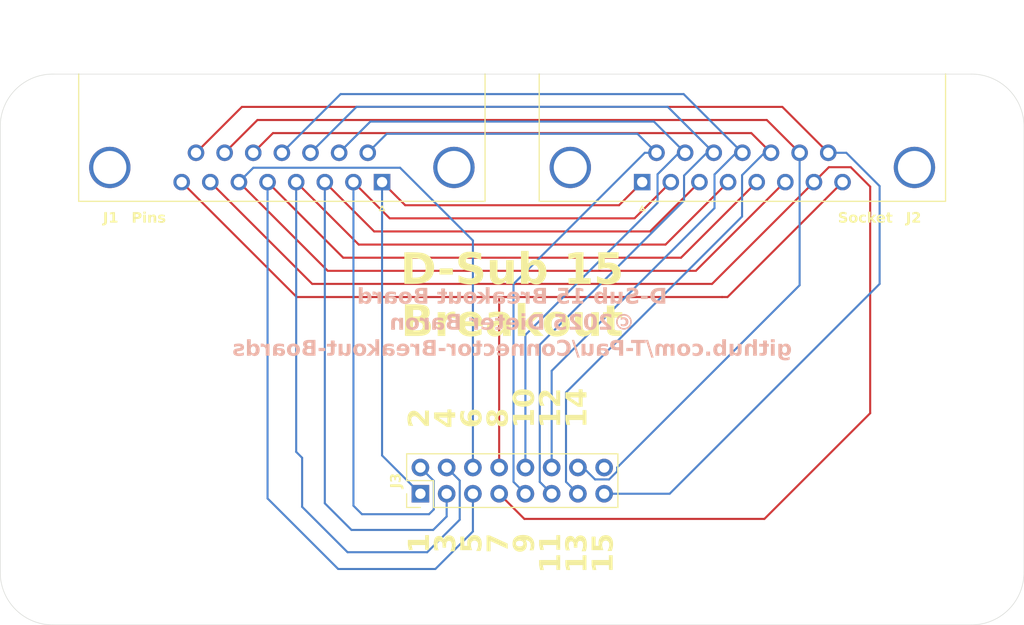
<source format=kicad_pcb>
(kicad_pcb (version 20241229) (generator "pcbnew") (generator_version "9.0")
  (layers (0 "F.Cu" signal) (2 "B.Cu" signal) (13 "F.Paste" user) (15 "B.Paste" user) (5 "F.SilkS" user "F.Silkscreen") (7 "B.SilkS" user "B.Silkscreen") (1 "F.Mask" user) (3 "B.Mask" user) (25 "Edge.Cuts" user))
  (net 0 "")
  (net 1 "Net-(J3-Pin_7)")
  (net 2 "Net-(J3-Pin_2)")
  (net 3 "Net-(J3-Pin_4)")
  (net 4 "Net-(J3-Pin_8)")
  (net 5 "Net-(J3-Pin_1)")
  (net 8 "Net-(J3-Pin_5)")
  (net 9 "Net-(J3-Pin_6)")
  (net 10 "Net-(J3-Pin_3)")
  (net 13 "Net-(J1-P10)")
  (net 14 "Net-(J1-P9)")
  (net 15 "Net-(J1-P12)")
  (net 16 "Net-(J1-P13)")
  (net 17 "Net-(J1-P15)")
  (net 18 "Net-(J1-P111)")
  (net 19 "Net-(J1-P14)")
  (footprint "Connector_PinHeader_2.54mm:PinHeader_2x08_P2.54mm_Vertical" (layer "F.Cu") (at 93.995 86.36 90)
    (property "Reference" "J3" (at 1.27 -2.33 90) (layer "F.SilkS"))
    (property "Value" "Breakout")
    (fp_line (start 3.87 -1.33) (end 3.87 19.11) (stroke (width 0.12)) (layer "F.SilkS"))
    (fp_line (start 1.27 -1.33) (end 3.87 -1.33) (stroke (width 0.12)) (layer "F.SilkS"))
    (fp_line (start -1.33 -1.33) (end 0 -1.33) (stroke (width 0.12)) (layer "F.SilkS"))
    (fp_line (start -1.33 0) (end -1.33 -1.33) (stroke (width 0.12)) (layer "F.SilkS"))
    (fp_line (start 1.27 1.27) (end 1.27 -1.33) (stroke (width 0.12)) (layer "F.SilkS"))
    (fp_line (start -1.33 1.27) (end 1.27 1.27) (stroke (width 0.12)) (layer "F.SilkS"))
    (fp_line (start -1.33 1.27) (end -1.33 19.11) (stroke (width 0.12)) (layer "F.SilkS"))
    (fp_line (start -1.33 19.11) (end 3.87 19.11) (stroke (width 0.12)) (layer "F.SilkS"))
    (pad "1" thru_hole rect (at 0 0 90) (size 1.7 1.7) (drill 1) (layers "*.Cu" "*.Mask") (net 5 "Net-(J3-Pin_1)"))
    (pad "2" thru_hole oval (at 2.54 0 90) (size 1.7 1.7) (drill 1) (layers "*.Cu" "*.Mask") (net 2 "Net-(J3-Pin_2)"))
    (pad "3" thru_hole oval (at 0 2.54 90) (size 1.7 1.7) (drill 1) (layers "*.Cu" "*.Mask") (net 10 "Net-(J3-Pin_3)"))
    (pad "4" thru_hole oval (at 2.54 2.54 90) (size 1.7 1.7) (drill 1) (layers "*.Cu" "*.Mask") (net 3 "Net-(J3-Pin_4)"))
    (pad "5" thru_hole oval (at 0 5.08 90) (size 1.7 1.7) (drill 1) (layers "*.Cu" "*.Mask") (net 8 "Net-(J3-Pin_5)"))
    (pad "6" thru_hole oval (at 2.54 5.08 90) (size 1.7 1.7) (drill 1) (layers "*.Cu" "*.Mask") (net 9 "Net-(J3-Pin_6)"))
    (pad "7" thru_hole oval (at 0 7.62 90) (size 1.7 1.7) (drill 1) (layers "*.Cu" "*.Mask") (net 1 "Net-(J3-Pin_7)"))
    (pad "8" thru_hole oval (at 2.54 7.62 90) (size 1.7 1.7) (drill 1) (layers "*.Cu" "*.Mask") (net 4 "Net-(J3-Pin_8)"))
    (pad "9" thru_hole oval (at 0 10.16 90) (size 1.7 1.7) (drill 1) (layers "*.Cu" "*.Mask") (net 14 "Net-(J1-P9)"))
    (pad "10" thru_hole oval (at 2.54 10.16 90) (size 1.7 1.7) (drill 1) (layers "*.Cu" "*.Mask") (net 13 "Net-(J1-P10)"))
    (pad "11" thru_hole oval (at 0 12.7 90) (size 1.7 1.7) (drill 1) (layers "*.Cu" "*.Mask") (net 18 "Net-(J1-P111)"))
    (pad "12" thru_hole oval (at 2.54 12.7 90) (size 1.7 1.7) (drill 1) (layers "*.Cu" "*.Mask") (net 15 "Net-(J1-P12)"))
    (pad "13" thru_hole oval (at 0 15.24 90) (size 1.7 1.7) (drill 1) (layers "*.Cu" "*.Mask") (net 16 "Net-(J1-P13)"))
    (pad "14" thru_hole oval (at 2.54 15.24 90) (size 1.7 1.7) (drill 1) (layers "*.Cu" "*.Mask") (net 19 "Net-(J1-P14)"))
    (pad "15" thru_hole oval (at 0 17.78 90) (size 1.7 1.7) (drill 1) (layers "*.Cu" "*.Mask") (net 17 "Net-(J1-P15)"))
    (pad "16" thru_hole oval (at 2.54 17.78 90) (size 1.7 1.7) (drill 1) (layers "*.Cu" "*.Mask"))
  )
  (footprint "Connector_Dsub:DSUB-15_Socket_Horizontal_P2.77x2.84mm_EdgePinOffset7.70mm_Housed_MountingHolesOffset9.12mm" (layer "F.Cu") (at 115.455 56.18 180)
    (property "Reference" "J2" (at -25.515 -3.51 180) (layer "F.SilkS") (effects (justify left)))
    (property "Value" "Socket" (at -24.245 -3.51 180) (layer "F.SilkS") (effects (justify right)))
    (fp_line (start 9.965 -1.86) (end 9.965 10.48) (stroke (width 0.12)) (layer "F.SilkS"))
    (fp_line (start 0.25 -2.754338) (end 0 -2.321325) (stroke (width 0.12)) (layer "F.SilkS"))
    (fp_line (start 0 -2.321325) (end -0.25 -2.754338) (stroke (width 0.12)) (layer "F.SilkS"))
    (fp_line (start -0.25 -2.754338) (end 0.25 -2.754338) (stroke (width 0.12)) (layer "F.SilkS"))
    (fp_line (start -29.355 10.48) (end -29.355 -1.86) (stroke (width 0.12)) (layer "F.SilkS"))
    (fp_line (start -29.355 -1.86) (end 9.965 -1.86) (stroke (width 0.12)) (layer "F.SilkS"))
    (pad "0" thru_hole circle (at -26.345 1.42 180) (size 4 4) (drill 3.2) (layers "*.Cu" "*.Mask"))
    (pad "0" thru_hole circle (at 6.955 1.42 180) (size 4 4) (drill 3.2) (layers "*.Cu" "*.Mask"))
    (pad "1" thru_hole rect (at 0 0 180) (size 1.6 1.6) (drill 1) (layers "*.Cu" "*.Mask") (net 5 "Net-(J3-Pin_1)"))
    (pad "2" thru_hole circle (at -2.77 0 180) (size 1.6 1.6) (drill 1) (layers "*.Cu" "*.Mask") (net 2 "Net-(J3-Pin_2)"))
    (pad "3" thru_hole circle (at -5.54 0 180) (size 1.6 1.6) (drill 1) (layers "*.Cu" "*.Mask") (net 10 "Net-(J3-Pin_3)"))
    (pad "4" thru_hole circle (at -8.31 0 180) (size 1.6 1.6) (drill 1) (layers "*.Cu" "*.Mask") (net 3 "Net-(J3-Pin_4)"))
    (pad "5" thru_hole circle (at -11.08 0 180) (size 1.6 1.6) (drill 1) (layers "*.Cu" "*.Mask") (net 8 "Net-(J3-Pin_5)"))
    (pad "6" thru_hole circle (at -13.85 0 180) (size 1.6 1.6) (drill 1) (layers "*.Cu" "*.Mask") (net 9 "Net-(J3-Pin_6)"))
    (pad "7" thru_hole circle (at -16.62 0 180) (size 1.6 1.6) (drill 1) (layers "*.Cu" "*.Mask") (net 1 "Net-(J3-Pin_7)"))
    (pad "8" thru_hole circle (at -19.39 0 180) (size 1.6 1.6) (drill 1) (layers "*.Cu" "*.Mask") (net 4 "Net-(J3-Pin_8)"))
    (pad "9" thru_hole circle (at -1.385 2.84 180) (size 1.6 1.6) (drill 1) (layers "*.Cu" "*.Mask") (net 14 "Net-(J1-P9)"))
    (pad "10" thru_hole circle (at -4.155 2.84 180) (size 1.6 1.6) (drill 1) (layers "*.Cu" "*.Mask") (net 13 "Net-(J1-P10)"))
    (pad "11" thru_hole circle (at -6.925 2.84 180) (size 1.6 1.6) (drill 1) (layers "*.Cu" "*.Mask") (net 18 "Net-(J1-P111)"))
    (pad "12" thru_hole circle (at -9.695 2.84 180) (size 1.6 1.6) (drill 1) (layers "*.Cu" "*.Mask") (net 15 "Net-(J1-P12)"))
    (pad "13" thru_hole circle (at -12.465 2.84 180) (size 1.6 1.6) (drill 1) (layers "*.Cu" "*.Mask") (net 16 "Net-(J1-P13)"))
    (pad "14" thru_hole circle (at -15.235 2.84 180) (size 1.6 1.6) (drill 1) (layers "*.Cu" "*.Mask") (net 19 "Net-(J1-P14)"))
    (pad "15" thru_hole circle (at -18.005 2.84 180) (size 1.6 1.6) (drill 1) (layers "*.Cu" "*.Mask") (net 17 "Net-(J1-P15)"))
  )
  (footprint "Connector_Dsub:DSUB-15_Pins_Horizontal_P2.77x2.84mm_EdgePinOffset7.70mm_Housed_MountingHolesOffset9.12mm" (layer "F.Cu") (at 90.285 56.18 180)
    (property "Reference" "J1" (at 25.515 -3.51 180) (layer "F.SilkS") (effects (justify right)))
    (property "Value" "Pins" (at 24.245 -3.51 180) (layer "F.SilkS") (effects (justify left)))
    (fp_line (start 29.355 -1.86) (end 29.355 10.48) (stroke (width 0.12)) (layer "F.SilkS"))
    (fp_line (start 0.25 -2.754338) (end 0 -2.321325) (stroke (width 0.12)) (layer "F.SilkS"))
    (fp_line (start 0 -2.321325) (end -0.25 -2.754338) (stroke (width 0.12)) (layer "F.SilkS"))
    (fp_line (start -0.25 -2.754338) (end 0.25 -2.754338) (stroke (width 0.12)) (layer "F.SilkS"))
    (fp_line (start -9.965 10.48) (end -9.965 -1.86) (stroke (width 0.12)) (layer "F.SilkS"))
    (fp_line (start -9.965 -1.86) (end 29.355 -1.86) (stroke (width 0.12)) (layer "F.SilkS"))
    (pad "0" thru_hole circle (at -6.955 1.42 180) (size 4 4) (drill 3.2) (layers "*.Cu" "*.Mask"))
    (pad "0" thru_hole circle (at 26.345 1.42 180) (size 4 4) (drill 3.2) (layers "*.Cu" "*.Mask"))
    (pad "1" thru_hole rect (at 0 0 180) (size 1.6 1.6) (drill 1) (layers "*.Cu" "*.Mask") (net 5 "Net-(J3-Pin_1)"))
    (pad "2" thru_hole circle (at 2.77 0 180) (size 1.6 1.6) (drill 1) (layers "*.Cu" "*.Mask") (net 2 "Net-(J3-Pin_2)"))
    (pad "3" thru_hole circle (at 5.54 0 180) (size 1.6 1.6) (drill 1) (layers "*.Cu" "*.Mask") (net 10 "Net-(J3-Pin_3)"))
    (pad "4" thru_hole circle (at 8.31 0 180) (size 1.6 1.6) (drill 1) (layers "*.Cu" "*.Mask") (net 3 "Net-(J3-Pin_4)"))
    (pad "5" thru_hole circle (at 11.08 0 180) (size 1.6 1.6) (drill 1) (layers "*.Cu" "*.Mask") (net 8 "Net-(J3-Pin_5)"))
    (pad "6" thru_hole circle (at 13.85 0 180) (size 1.6 1.6) (drill 1) (layers "*.Cu" "*.Mask") (net 9 "Net-(J3-Pin_6)"))
    (pad "7" thru_hole circle (at 16.62 0 180) (size 1.6 1.6) (drill 1) (layers "*.Cu" "*.Mask") (net 1 "Net-(J3-Pin_7)"))
    (pad "8" thru_hole circle (at 19.39 0 180) (size 1.6 1.6) (drill 1) (layers "*.Cu" "*.Mask") (net 4 "Net-(J3-Pin_8)"))
    (pad "9" thru_hole circle (at 1.385 2.84 180) (size 1.6 1.6) (drill 1) (layers "*.Cu" "*.Mask") (net 14 "Net-(J1-P9)"))
    (pad "10" thru_hole circle (at 4.155 2.84 180) (size 1.6 1.6) (drill 1) (layers "*.Cu" "*.Mask") (net 13 "Net-(J1-P10)"))
    (pad "11" thru_hole circle (at 6.925 2.84 180) (size 1.6 1.6) (drill 1) (layers "*.Cu" "*.Mask") (net 18 "Net-(J1-P111)"))
    (pad "12" thru_hole circle (at 9.695 2.84 180) (size 1.6 1.6) (drill 1) (layers "*.Cu" "*.Mask") (net 15 "Net-(J1-P12)"))
    (pad "13" thru_hole circle (at 12.465 2.84 180) (size 1.6 1.6) (drill 1) (layers "*.Cu" "*.Mask") (net 16 "Net-(J1-P13)"))
    (pad "14" thru_hole circle (at 15.235 2.84 180) (size 1.6 1.6) (drill 1) (layers "*.Cu" "*.Mask") (net 19 "Net-(J1-P14)"))
    (pad "15" thru_hole circle (at 18.005 2.84 180) (size 1.6 1.6) (drill 1) (layers "*.Cu" "*.Mask") (net 17 "Net-(J1-P15)"))
  )
  (gr_arc (start 147.32 45.72) (mid 150.912102 47.207898) (end 152.4 50.8) (stroke (width 0.05)) (layer "Edge.Cuts"))
  (gr_line (start 152.4 50.8) (end 152.4 93.98) (stroke (width 0.05)) (layer "Edge.Cuts"))
  (gr_line (start 58.42 45.72) (end 147.32 45.72) (stroke (width 0.05)) (layer "Edge.Cuts"))
  (gr_line (start 53.34 93.98) (end 53.34 50.8) (stroke (width 0.05)) (layer "Edge.Cuts"))
  (gr_arc (start 53.34 50.8) (mid 54.827898 47.207898) (end 58.42 45.72) (stroke (width 0.05)) (layer "Edge.Cuts"))
  (gr_line (start 147.32 99.06) (end 58.42 99.06) (stroke (width 0.05)) (layer "Edge.Cuts"))
  (gr_arc (start 58.42 99.06) (mid 54.827898 97.572102) (end 53.34 93.98) (stroke (width 0.05)) (layer "Edge.Cuts"))
  (gr_arc (start 152.4 93.98) (mid 150.912102 97.572102) (end 147.32 99.06) (stroke (width 0.05)) (layer "Edge.Cuts"))
  (gr_text "14" (at 109.23 80.01 90) (layer "F.SilkS") (effects (font (size 2 2) (thickness 0.3) (bold yes)) (justify left)))
  (gr_text "D-Sub 15\nBreakout" (at 102.87 67.31 0) (layer "F.SilkS") (effects (font (size 3 3) (thickness 0.1))))
  (gr_text "13" (at 109.23 90.17 90) (layer "F.SilkS") (effects (font (size 2 2) (thickness 0.3) (bold yes)) (justify right)))
  (gr_text "8" (at 101.61 80.01 90) (layer "F.SilkS") (effects (font (size 2 2) (thickness 0.3) (bold yes)) (justify left)))
  (gr_text "15" (at 111.77 90.17 90) (layer "F.SilkS") (effects (font (size 2 2) (thickness 0.3) (bold yes)) (justify right)))
  (gr_text "5" (at 99.07 90.17 90) (layer "F.SilkS") (effects (font (size 2 2) (thickness 0.3) (bold yes)) (justify right)))
  (gr_text "2" (at 93.99 80.01 90) (layer "F.SilkS") (effects (font (size 2 2) (thickness 0.3) (bold yes)) (justify left)))
  (gr_text "7" (at 101.61 90.17 90) (layer "F.SilkS") (effects (font (size 2 2) (thickness 0.3) (bold yes)) (justify right)))
  (gr_text "11" (at 106.69 90.17 90) (layer "F.SilkS") (effects (font (size 2 2) (thickness 0.3) (bold yes)) (justify right)))
  (gr_text "12" (at 106.69 80.01 90) (layer "F.SilkS") (effects (font (size 2 2) (thickness 0.3) (bold yes)) (justify left)))
  (gr_text "3" (at 96.53 90.17 90) (layer "F.SilkS") (effects (font (size 2 2) (thickness 0.3) (bold yes)) (justify right)))
  (gr_text "4" (at 96.53 80.01 90) (layer "F.SilkS") (effects (font (size 2 2) (thickness 0.3) (bold yes)) (justify left)))
  (gr_text "10" (at 104.15 80.01 90) (layer "F.SilkS") (effects (font (size 2 2) (thickness 0.3) (bold yes)) (justify left)))
  (gr_text "1" (at 93.99 90.17 90) (layer "F.SilkS") (effects (font (size 2 2) (thickness 0.3) (bold yes)) (justify right)))
  (gr_text "6" (at 99.07 80.01 90) (layer "F.SilkS") (effects (font (size 2 2) (thickness 0.3) (bold yes)) (justify left)))
  (gr_text "9" (at 104.15 90.17 90) (layer "F.SilkS") (effects (font (size 2 2) (thickness 0.3) (bold yes)) (justify right)))
  (gr_text "D-Sub 15 Breakout Board\n©2025 Dieter Baron\ngithub.com/T-Pau/Connector-Breakout-Boards" (at 102.87 69.85 0) (layer "B.SilkS") (effects (font (size 1.5 1.5) (thickness 0.1)) (justify mirror)))
  (segment (start 137.5156 56.6166) (end 137.5156 78.559932) (width 0.2) (layer "F.Cu") (net 1))
  (segment (start 133.518 54.737) (end 135.636 54.737) (width 0.2) (layer "F.Cu") (net 1))
  (segment (start 127.277132 88.7984) (end 104.0534 88.7984) (width 0.2) (layer "F.Cu") (net 1))
  (segment (start 132.075 56.18) (end 133.518 54.737) (width 0.2) (layer "F.Cu") (net 1))
  (segment (start 137.5156 78.559932) (end 127.277132 88.7984) (width 0.2) (layer "F.Cu") (net 1))
  (segment (start 104.0534 88.7984) (end 101.615 86.36) (width 0.2) (layer "F.Cu") (net 1))
  (segment (start 135.636 54.737) (end 137.5156 56.6166) (width 0.2) (layer "F.Cu") (net 1))
  (segment (start 83.525 66.04) (end 122.215 66.04) (width 0.2) (layer "F.Cu") (net 1))
  (segment (start 73.665 56.18) (end 83.525 66.04) (width 0.2) (layer "F.Cu") (net 1))
  (segment (start 122.215 66.04) (end 132.075 56.18) (width 0.2) (layer "F.Cu") (net 1))
  (segment (start 87.515 56.18) (end 91.025 59.69) (width 0.2) (layer "F.Cu") (net 2))
  (segment (start 91.025 59.69) (end 114.715 59.69) (width 0.2) (layer "F.Cu") (net 2))
  (segment (start 114.715 59.69) (end 118.225 56.18) (width 0.2) (layer "F.Cu") (net 2))
  (segment (start 87.515 87.515) (end 88.3412 88.3412) (width 0.2) (layer "B.Cu") (net 2))
  (segment (start 94.8282 88.3412) (end 95.2854 87.884) (width 0.2) (layer "B.Cu") (net 2))
  (segment (start 95.2854 87.884) (end 95.2854 85.1104) (width 0.2) (layer "B.Cu") (net 2))
  (segment (start 88.3412 88.3412) (end 94.8282 88.3412) (width 0.2) (layer "B.Cu") (net 2))
  (segment (start 87.515 56.18) (end 87.515 87.515) (width 0.2) (layer "B.Cu") (net 2))
  (segment (start 95.2854 85.1104) (end 93.995 83.82) (width 0.2) (layer "B.Cu") (net 2))
  (segment (start 117.715 62.23) (end 123.765 56.18) (width 0.2) (layer "F.Cu") (net 3))
  (segment (start 88.025 62.23) (end 117.715 62.23) (width 0.2) (layer "F.Cu") (net 3))
  (segment (start 81.975 56.18) (end 88.025 62.23) (width 0.2) (layer "F.Cu") (net 3))
  (segment (start 86.9442 92.0242) (end 82.55 87.63) (width 0.2) (layer "B.Cu") (net 3))
  (segment (start 82.55 87.63) (end 82.55 82.8802) (width 0.2) (layer "B.Cu") (net 3))
  (segment (start 82.55 82.8802) (end 81.975 82.3052) (width 0.2) (layer "B.Cu") (net 3))
  (segment (start 96.535 83.82) (end 97.8 85.085) (width 0.2) (layer "B.Cu") (net 3))
  (segment (start 81.975 82.3052) (end 81.975 56.18) (width 0.2) (layer "B.Cu") (net 3))
  (segment (start 94.6504 92.0242) (end 86.9442 92.0242) (width 0.2) (layer "B.Cu") (net 3))
  (segment (start 97.8 85.085) (end 97.8 88.8746) (width 0.2) (layer "B.Cu") (net 3))
  (segment (start 97.8 88.8746) (end 94.6504 92.0242) (width 0.2) (layer "B.Cu") (net 3))
  (segment (start 123.715 67.31) (end 134.845 56.18) (width 0.2) (layer "F.Cu") (net 4))
  (segment (start 101.615 83.82) (end 101.615 67.325) (width 0.2) (layer "F.Cu") (net 4))
  (segment (start 123.19 67.31) (end 123.715 67.31) (width 0.2) (layer "F.Cu") (net 4))
  (segment (start 82.025 67.31) (end 101.6 67.31) (width 0.2) (layer "F.Cu") (net 4))
  (segment (start 101.615 67.325) (end 101.6 67.31) (width 0.2) (layer "F.Cu") (net 4))
  (segment (start 70.895 56.18) (end 82.025 67.31) (width 0.2) (layer "F.Cu") (net 4))
  (segment (start 101.6 67.31) (end 123.19 67.31) (width 0.2) (layer "F.Cu") (net 4))
  (segment (start 90.285 56.18) (end 92.525 58.42) (width 0.2) (layer "F.Cu") (net 5))
  (segment (start 113.215 58.42) (end 115.455 56.18) (width 0.2) (layer "F.Cu") (net 5))
  (segment (start 92.525 58.42) (end 113.215 58.42) (width 0.2) (layer "F.Cu") (net 5))
  (segment (start 90.285 82.65) (end 90.285 56.18) (width 0.2) (layer "B.Cu") (net 5))
  (segment (start 93.995 86.36) (end 93.4058 86.36) (width 0.2) (layer "B.Cu") (net 5))
  (segment (start 93.995 86.36) (end 90.285 82.65) (width 0.2) (layer "B.Cu") (net 5))
  (segment (start 79.205 56.18) (end 86.525 63.5) (width 0.2) (layer "F.Cu") (net 8))
  (segment (start 86.525 63.5) (end 119.215 63.5) (width 0.2) (layer "F.Cu") (net 8))
  (segment (start 119.215 63.5) (end 126.535 56.18) (width 0.2) (layer "F.Cu") (net 8))
  (segment (start 99.075 90.0126) (end 95.4378 93.6498) (width 0.2) (layer "B.Cu") (net 8))
  (segment (start 95.4378 93.6498) (end 86.0398 93.6498) (width 0.2) (layer "B.Cu") (net 8))
  (segment (start 99.075 86.36) (end 99.075 90.0126) (width 0.2) (layer "B.Cu") (net 8))
  (segment (start 79.205 86.815) (end 79.205 56.18) (width 0.2) (layer "B.Cu") (net 8))
  (segment (start 86.0398 93.6498) (end 79.205 86.815) (width 0.2) (layer "B.Cu") (net 8))
  (segment (start 120.65 64.77) (end 129.24 56.18) (width 0.2) (layer "F.Cu") (net 9))
  (segment (start 129.24 56.18) (end 129.305 56.18) (width 0.2) (layer "F.Cu") (net 9))
  (segment (start 76.435 56.18) (end 85.025 64.77) (width 0.2) (layer "F.Cu") (net 9))
  (segment (start 85.025 64.77) (end 120.65 64.77) (width 0.2) (layer "F.Cu") (net 9))
  (segment (start 99.075 61.8386) (end 98.6282 61.3918) (width 0.2) (layer "B.Cu") (net 9))
  (segment (start 77.8272 54.7878) (end 76.435 56.18) (width 0.2) (layer "B.Cu") (net 9))
  (segment (start 92.0242 54.7878) (end 77.8272 54.7878) (width 0.2) (layer "B.Cu") (net 9))
  (segment (start 98.6282 61.3918) (end 92.0242 54.7878) (width 0.2) (layer "B.Cu") (net 9))
  (segment (start 99.075 83.82) (end 99.075 61.8386) (width 0.2) (layer "B.Cu") (net 9))
  (segment (start 89.525 60.96) (end 116.215 60.96) (width 0.2) (layer "F.Cu") (net 10))
  (segment (start 116.215 60.96) (end 120.995 56.18) (width 0.2) (layer "F.Cu") (net 10))
  (segment (start 84.745 56.18) (end 89.525 60.96) (width 0.2) (layer "F.Cu") (net 10))
  (segment (start 96.535 88.56059) (end 95.23039 89.8652) (width 0.2) (layer "B.Cu") (net 10))
  (segment (start 96.535 86.36) (end 96.535 88.56059) (width 0.2) (layer "B.Cu") (net 10))
  (segment (start 95.23039 89.8652) (end 87.3252 89.8652) (width 0.2) (layer "B.Cu") (net 10))
  (segment (start 84.745 87.285) (end 84.745 56.18) (width 0.2) (layer "B.Cu") (net 10))
  (segment (start 87.3252 89.8652) (end 84.745 87.285) (width 0.2) (layer "B.Cu") (net 10))
  (segment (start 104.155 70.978) (end 116.9416 58.1914) (width 0.2) (layer "B.Cu") (net 13))
  (segment (start 116.9416 58.1914) (end 116.9416 55.4228) (width 0.2) (layer "B.Cu") (net 13))
  (segment (start 86.13 53.34) (end 89.150849 50.319151) (width 0.2) (layer "B.Cu") (net 13))
  (segment (start 116.589151 50.319151) (end 119.61 53.34) (width 0.2) (layer "B.Cu") (net 13))
  (segment (start 119.634 53.364) (end 119.61 53.34) (width 0.2) (layer "B.Cu") (net 13))
  (segment (start 116.9416 55.4228) (end 119.0244 53.34) (width 0.2) (layer "B.Cu") (net 13))
  (segment (start 119.0244 53.34) (end 119.61 53.34) (width 0.2) (layer "B.Cu") (net 13))
  (segment (start 104.155 83.82) (end 104.155 70.978) (width 0.2) (layer "B.Cu") (net 13))
  (segment (start 89.150849 50.319151) (end 116.589151 50.319151) (width 0.2) (layer "B.Cu") (net 13))
  (segment (start 115.70863 53.34) (end 116.84 53.34) (width 0.2) (layer "B.Cu") (net 14))
  (segment (start 90.73778 51.50222) (end 115.00222 51.50222) (width 0.2) (layer "B.Cu") (net 14))
  (segment (start 88.9 53.34) (end 90.73778 51.50222) (width 0.2) (layer "B.Cu") (net 14))
  (segment (start 115.00222 51.50222) (end 116.84 53.34) (width 0.2) (layer "B.Cu") (net 14))
  (segment (start 104.155 86.36) (end 103.004 85.209) (width 0.2) (layer "B.Cu") (net 14))
  (segment (start 103.004 66.04463) (end 115.70863 53.34) (width 0.2) (layer "B.Cu") (net 14))
  (segment (start 103.004 85.209) (end 103.004 66.04463) (width 0.2) (layer "B.Cu") (net 14))
  (segment (start 86.272756 47.657244) (end 119.467244 47.657244) (width 0.2) (layer "B.Cu") (net 15))
  (segment (start 106.695 74.4578) (end 122.4534 58.6994) (width 0.2) (layer "B.Cu") (net 15))
  (segment (start 122.4534 58.6994) (end 122.4534 55.443279) (width 0.2) (layer "B.Cu") (net 15))
  (segment (start 124.556679 53.34) (end 125.15 53.34) (width 0.2) (layer "B.Cu") (net 15))
  (segment (start 122.4534 55.443279) (end 124.556679 53.34) (width 0.2) (layer "B.Cu") (net 15))
  (segment (start 106.695 83.82) (end 106.695 74.4578) (width 0.2) (layer "B.Cu") (net 15))
  (segment (start 80.59 53.34) (end 86.272756 47.657244) (width 0.2) (layer "B.Cu") (net 15))
  (segment (start 119.467244 47.657244) (end 125.15 53.34) (width 0.2) (layer "B.Cu") (net 15))
  (segment (start 79.725 51.435) (end 126.015 51.435) (width 0.2) (layer "F.Cu") (net 16))
  (segment (start 126.015 51.435) (end 127.92 53.34) (width 0.2) (layer "F.Cu") (net 16))
  (segment (start 77.82 53.34) (end 79.725 51.435) (width 0.2) (layer "F.Cu") (net 16))
  (segment (start 127.92 53.34) (end 127.287189 53.34) (width 0.2) (layer "B.Cu") (net 16))
  (segment (start 109.235 86.36) (end 108.084 85.209) (width 0.2) (layer "B.Cu") (net 16))
  (segment (start 125.1204 59.5122) (end 108.084 76.5486) (width 0.2) (layer "B.Cu") (net 16))
  (segment (start 125.1204 55.506789) (end 125.1204 59.5122) (width 0.2) (layer "B.Cu") (net 16))
  (segment (start 127.287189 53.34) (end 125.1204 55.506789) (width 0.2) (layer "B.Cu") (net 16))
  (segment (start 108.084 76.5486) (end 108.084 77.47) (width 0.2) (layer "B.Cu") (net 16))
  (segment (start 108.084 85.209) (end 108.084 77.47) (width 0.2) (layer "B.Cu") (net 16))
  (segment (start 76.725 48.895) (end 72.28 53.34) (width 0.2) (layer "F.Cu") (net 17))
  (segment (start 129.015 48.895) (end 76.725 48.895) (width 0.2) (layer "F.Cu") (net 17))
  (segment (start 133.46 53.34) (end 129.015 48.895) (width 0.2) (layer "F.Cu") (net 17))
  (segment (start 138.43 66.04) (end 138.43 56.5658) (width 0.2) (layer "B.Cu") (net 17))
  (segment (start 118.11 86.36) (end 138.43 66.04) (width 0.2) (layer "B.Cu") (net 17))
  (segment (start 111.775 86.36) (end 118.11 86.36) (width 0.2) (layer "B.Cu") (net 17))
  (segment (start 138.43 56.5658) (end 135.2042 53.34) (width 0.2) (layer "B.Cu") (net 17))
  (segment (start 135.2042 53.34) (end 133.46 53.34) (width 0.2) (layer "B.Cu") (net 17))
  (segment (start 105.544 71.9258) (end 119.507 57.9628) (width 0.2) (layer "B.Cu") (net 18))
  (segment (start 121.7168 53.34) (end 122.38 53.34) (width 0.2) (layer "B.Cu") (net 18))
  (segment (start 119.507 55.5498) (end 121.7168 53.34) (width 0.2) (layer "B.Cu") (net 18))
  (segment (start 117.929608 48.889608) (end 122.38 53.34) (width 0.2) (layer "B.Cu") (net 18))
  (segment (start 83.36 53.34) (end 87.810392 48.889608) (width 0.2) (layer "B.Cu") (net 18))
  (segment (start 105.544 85.209) (end 105.544 71.9258) (width 0.2) (layer "B.Cu") (net 18))
  (segment (start 119.507 57.9628) (end 119.507 55.5498) (width 0.2) (layer "B.Cu") (net 18))
  (segment (start 106.695 86.36) (end 105.544 85.209) (width 0.2) (layer "B.Cu") (net 18))
  (segment (start 87.810392 48.889608) (end 117.929608 48.889608) (width 0.2) (layer "B.Cu") (net 18))
  (segment (start 127.515 50.165) (end 78.225 50.165) (width 0.2) (layer "F.Cu") (net 19))
  (segment (start 130.69 53.34) (end 127.515 50.165) (width 0.2) (layer "F.Cu") (net 19))
  (segment (start 78.225 50.165) (end 75.05 53.34) (width 0.2) (layer "F.Cu") (net 19))
  (segment (start 113.035 83.82) (end 130.69 66.165) (width 0.2) (layer "B.Cu") (net 19))
  (segment (start 130.69 66.165) (end 130.69 53.34) (width 0.2) (layer "B.Cu") (net 19))
  (segment (start 110.896 84.971) (end 109.745 83.82) (width 0.2) (layer "B.Cu") (net 19))
  (segment (start 113.035 84.18776) (end 112.25176 84.971) (width 0.2) (layer "B.Cu") (net 19))
  (segment (start 112.25176 84.971) (end 110.896 84.971) (width 0.2) (layer "B.Cu") (net 19))
  (segment (start 113.035 83.82) (end 113.035 84.18776) (width 0.2) (layer "B.Cu") (net 19))
)
</source>
